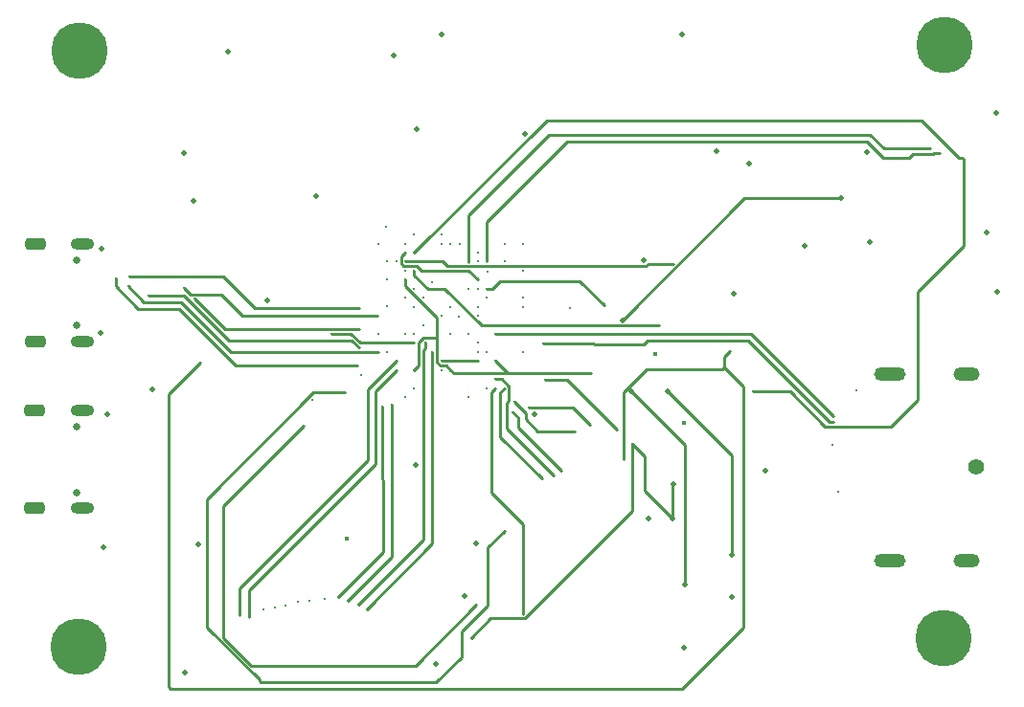
<source format=gbr>
%TF.GenerationSoftware,Altium Limited,Altium Designer,23.4.1 (23)*%
G04 Layer_Physical_Order=3*
G04 Layer_Color=16440176*
%FSLAX45Y45*%
%MOMM*%
%TF.SameCoordinates,C80D94D6-ACD9-4930-820E-424AA932BAC3*%
%TF.FilePolarity,Positive*%
%TF.FileFunction,Copper,L3,Inr,Signal*%
%TF.Part,Single*%
G01*
G75*
%TA.AperFunction,Conductor*%
%ADD46C,0.25400*%
%TA.AperFunction,ComponentPad*%
%ADD48C,0.65000*%
%ADD49O,2.10000X1.00000*%
G04:AMPARAMS|DCode=50|XSize=1.8mm|YSize=1mm|CornerRadius=0.25mm|HoleSize=0mm|Usage=FLASHONLY|Rotation=0.000|XOffset=0mm|YOffset=0mm|HoleType=Round|Shape=RoundedRectangle|*
%AMROUNDEDRECTD50*
21,1,1.80000,0.50000,0,0,0.0*
21,1,1.30000,1.00000,0,0,0.0*
1,1,0.50000,0.65000,-0.25000*
1,1,0.50000,-0.65000,-0.25000*
1,1,0.50000,-0.65000,0.25000*
1,1,0.50000,0.65000,0.25000*
%
%ADD50ROUNDEDRECTD50*%
G04:AMPARAMS|DCode=51|XSize=1.2mm|YSize=2.8mm|CornerRadius=0.6mm|HoleSize=0mm|Usage=FLASHONLY|Rotation=90.000|XOffset=0mm|YOffset=0mm|HoleType=Round|Shape=RoundedRectangle|*
%AMROUNDEDRECTD51*
21,1,1.20000,1.60000,0,0,90.0*
21,1,0.00000,2.80000,0,0,90.0*
1,1,1.20000,0.80000,0.00000*
1,1,1.20000,0.80000,0.00000*
1,1,1.20000,-0.80000,0.00000*
1,1,1.20000,-0.80000,0.00000*
%
%ADD51ROUNDEDRECTD51*%
G04:AMPARAMS|DCode=52|XSize=1.2mm|YSize=2.3mm|CornerRadius=0.6mm|HoleSize=0mm|Usage=FLASHONLY|Rotation=90.000|XOffset=0mm|YOffset=0mm|HoleType=Round|Shape=RoundedRectangle|*
%AMROUNDEDRECTD52*
21,1,1.20000,1.10000,0,0,90.0*
21,1,0.00000,2.30000,0,0,90.0*
1,1,1.20000,0.55000,0.00000*
1,1,1.20000,0.55000,0.00000*
1,1,1.20000,-0.55000,0.00000*
1,1,1.20000,-0.55000,0.00000*
%
%ADD52ROUNDEDRECTD52*%
%ADD53C,1.40000*%
%TA.AperFunction,ViaPad*%
%ADD54C,0.50000*%
%ADD55C,0.30000*%
%ADD56C,0.40000*%
%ADD57C,5.00000*%
D46*
X12669492Y7950000D02*
Y8120508D01*
Y7727192D02*
Y7950000D01*
X12470000Y7660000D02*
X12510324Y7700324D01*
Y7903640D02*
X12550649Y7943965D01*
X12565592D02*
X12571628Y7950000D01*
X12550649Y7943965D02*
X12565592D01*
X12571628Y7950000D02*
X12669492D01*
X12510324Y7700324D02*
Y7903640D01*
X12550000Y7840464D02*
X12565385Y7855849D01*
Y7905385D01*
X12566265Y7906265D01*
X12390000Y8400000D02*
X12669492Y8120508D01*
X12390000Y8400000D02*
Y8460000D01*
X12669492Y7727192D02*
X12698985Y7697700D01*
X12752300D01*
X12790000Y7660000D01*
X12047500Y5545000D02*
X12630000Y6127500D01*
Y7816321D01*
X12352300Y8662300D02*
X12390000Y8700000D01*
X12352300Y8604384D02*
Y8662300D01*
Y8604384D02*
X12374384Y8582300D01*
X12431042D01*
X12433342Y8584600D01*
X12490000D01*
X12720551Y8620000D02*
X12760551Y8580000D01*
X12390000Y8620000D02*
X12720551D01*
X12534600Y8540000D02*
X12790000D01*
X12490000Y8584600D02*
X12534600Y8540000D01*
X12790000D02*
X12950000D01*
X13030000Y8460000D01*
X10951658Y8138342D02*
X12148342D01*
X10762300Y8327700D02*
X10951658Y8138342D01*
X15460001Y7470000D02*
X15789999D01*
X16100000Y7160000D02*
X16680000D01*
X15789999Y7470000D02*
X16100000Y7160000D01*
X14531873Y7920000D02*
X15422501D01*
X16141620Y7200880D02*
X16176620D01*
X15422501Y7920000D02*
X16141620Y7200880D01*
X16176620D02*
X16177499Y7200000D01*
X16920000Y7400000D02*
Y8350000D01*
X16680000Y7160000D02*
X16920000Y7400000D01*
X17280000Y9540000D02*
X17315121D01*
X17330000Y9525121D01*
Y8760000D02*
Y9525121D01*
X16920000Y8350000D02*
X17330000Y8760000D01*
X16950000Y9870000D02*
X17280000Y9540000D01*
X12470000Y8700000D02*
X13639999Y9870000D01*
X16950000D01*
X12760551Y8580000D02*
X14517458D01*
X12950000Y8617700D02*
Y9030000D01*
X13110001Y8970000D02*
X13820000Y9680000D01*
X13110001Y8620000D02*
Y8970000D01*
X12950000Y9030000D02*
X13660001Y9740000D01*
X13820000Y7570000D02*
X14260001Y7130000D01*
X13630000Y7570000D02*
X13820000D01*
X12820000Y7630000D02*
X13300000D01*
X12790000Y7660000D02*
X12820000Y7630000D01*
X12710000Y7740000D02*
X13030000D01*
X13300000Y7630000D02*
X14030000D01*
X13189999Y7740000D02*
X13300000Y7630000D01*
X13160001Y8380000D02*
X13230000Y8450000D01*
X13110001Y8380000D02*
X13160001D01*
X13230000Y8450000D02*
X13930000D01*
X14150000Y8230000D01*
X14310001Y8100000D02*
X15389999Y9180000D01*
X16239999D01*
X14517458Y8580000D02*
X14539114Y8601658D01*
X14758342D01*
X13064384Y8052300D02*
X14505647D01*
X14513348Y8060000D01*
X12736684Y8380000D02*
X13064384Y8052300D01*
X14513348Y8060000D02*
X14630000D01*
X11990000Y7900000D02*
X12470000D01*
X10830000Y7920000D02*
X11919937D01*
X11979937Y7860000D02*
X11980000D01*
X11919937Y7920000D02*
X11979937Y7860000D01*
X11740000Y7980000D02*
X11910000D01*
X11990000Y7900000D01*
X10430000Y8320000D02*
X10830000Y7920000D01*
X12550000Y7029378D02*
Y7840464D01*
X10314879Y4840000D02*
X14839999D01*
X15380000Y5380000D02*
Y7515121D01*
X14839999Y4840000D02*
X15380000Y5380000D01*
X15365121Y7530000D02*
X15380000Y7515121D01*
X15364879Y7530000D02*
X15365121D01*
X15210001Y7684879D02*
X15364879Y7530000D01*
X10300000Y4854879D02*
Y7450000D01*
Y4854879D02*
X10314879Y4840000D01*
X10300000Y7450000D02*
X10580000Y7730000D01*
X13445616Y5462300D02*
X14400000Y6416684D01*
Y7010000D01*
X14510001Y6590000D02*
Y6900000D01*
X13142300Y5462300D02*
X13445616D01*
X13610001Y7892500D02*
X14055309D01*
X14057809Y7890000D01*
X14501872D01*
X14531873Y7920000D01*
X13120000Y6090000D02*
X13270000Y6240000D01*
X11030063Y5040000D02*
X12480000D01*
X13020000Y5580000D01*
X12889999Y5120000D02*
Y5346684D01*
X13120000Y5576684D01*
X12970000Y5290000D02*
X13142300Y5462300D01*
X13120000Y5576684D02*
Y6090000D01*
X13150000Y6572141D02*
X13430000Y6292141D01*
Y5500000D02*
Y6292141D01*
X12664187Y4894187D02*
X12889999Y5120000D01*
X11100000Y4904879D02*
Y4920000D01*
Y4904879D02*
X11110692Y4894187D01*
X12664187D01*
X10780000Y5290063D02*
Y6460000D01*
Y5290063D02*
X11030063Y5040000D01*
X10640000Y5380000D02*
X11100000Y4920000D01*
X10633863Y6517179D02*
X11576684Y7460000D01*
X10633863Y6496137D02*
Y6517179D01*
Y6496137D02*
X10640000Y6490000D01*
Y5380000D02*
Y6490000D01*
X11576684Y7460000D02*
X11860000D01*
X11007500Y5475000D02*
Y5710000D01*
X10927500Y5487500D02*
Y5725000D01*
X10780000Y6460000D02*
X11490000Y7170000D01*
X14750000Y6350000D02*
Y6633343D01*
X14760001Y6643343D01*
Y6650000D01*
X14400000Y7010000D02*
X14510001Y6900000D01*
Y6590000D02*
X14750000Y6350000D01*
X12470000Y8500000D02*
X12590000Y8380000D01*
X12470000Y8500000D02*
Y8540000D01*
X12590000Y8380000D02*
X12736684D01*
X14320000Y6870000D02*
Y7467458D01*
X14522542Y7670000D02*
X15195120D01*
X15210001Y7684879D01*
Y7780000D01*
X15260001Y7830000D01*
X14320000Y7467458D02*
X14522542Y7670000D01*
X13189999Y7980000D02*
X15445000D01*
X16175000Y7250000D01*
X13870000Y7330000D02*
X14020000Y7180000D01*
X13480000Y7330000D02*
X13870000D01*
X13289999Y7140000D02*
X13699915Y6730085D01*
X13289999Y7370000D02*
X13307700Y7387700D01*
X13289999Y7140000D02*
Y7370000D01*
X13339999Y7290000D02*
X13339999D01*
X13352982Y7382981D02*
X13455440Y7280522D01*
X13339999Y7290000D02*
X13389999Y7240000D01*
X13455440Y7224560D02*
Y7280522D01*
X13389999Y7150000D02*
Y7240000D01*
Y7150000D02*
X13770000Y6770000D01*
X13230000Y7070000D02*
X13600000Y6700000D01*
X13230000Y7070000D02*
Y7460000D01*
X13189999Y7580000D02*
X13243315D01*
X13307700Y7515616D01*
Y7387700D02*
Y7515616D01*
X13230000Y7460000D02*
X13270000Y7500000D01*
X13150000Y7460000D02*
X13189999Y7500000D01*
X13150000Y6572141D02*
Y7460000D01*
X13455440Y7224560D02*
X13560001Y7120000D01*
X13889999D01*
X12550000Y7029378D02*
X12555000Y7024378D01*
Y6157500D02*
Y7024378D01*
X11977500Y5580000D02*
X12555000Y6157500D01*
X17052180Y9570000D02*
X17060161Y9577981D01*
X16876398Y9570000D02*
X17052180D01*
X17060161Y9577981D02*
X17117981D01*
X16844379Y9537981D02*
X16876398Y9570000D01*
X16612019Y9537981D02*
X16844379D01*
X16620000Y9620000D02*
X17030000D01*
X16470000Y9680000D02*
X16612019Y9537981D01*
X13820000Y9680000D02*
X16470000D01*
X16500000Y9740000D02*
X16620000Y9620000D01*
X13660001Y9740000D02*
X16500000D01*
X15275000Y6025000D02*
Y6905000D01*
X14710001Y7470000D02*
X15275000Y6905000D01*
X14860001Y5760000D02*
Y7000000D01*
X14389999Y7470000D02*
X14860001Y7000000D01*
X10890000Y7700000D02*
X11970000D01*
X10390000Y8200000D02*
X10890000Y7700000D01*
X11060000Y8210000D02*
X11980000D01*
X9950000Y8490000D02*
X10780000D01*
X11060000Y8210000D01*
X10492300Y8327700D02*
X10762300D01*
X10430000Y8390000D02*
X10492300Y8327700D01*
X10120000Y8320000D02*
X10430000D01*
X10410000Y8260000D02*
X10850000Y7820000D01*
X10080000Y8260000D02*
X10410000D01*
X10850000Y7820000D02*
X12150000D01*
X9940000Y8400000D02*
X10080000Y8260000D01*
X10030000Y8200000D02*
X10390000D01*
X9830000Y8400000D02*
Y8470000D01*
Y8400000D02*
X10030000Y8200000D01*
X10530000Y8290000D02*
X10800000Y8020000D01*
X11980000D01*
X12190000Y6695627D02*
X12197500Y6688127D01*
X12190000Y6695627D02*
Y7337500D01*
X11880000Y5615000D02*
X12275000Y6010000D01*
Y7350000D01*
X12197500Y6047500D02*
Y6688127D01*
X12062500Y6860000D02*
Y7490000D01*
X12312500Y7740000D01*
X12127500Y6830000D02*
Y7472500D01*
X11007500Y5710000D02*
X12127500Y6830000D01*
Y7472500D02*
X12315000Y7660000D01*
X10927500Y5725000D02*
X12062500Y6860000D01*
X11800000Y5650000D02*
X12197500Y6047500D01*
D48*
X9485500Y7156500D02*
D03*
Y6578500D02*
D03*
X9488000Y8634000D02*
D03*
Y8056000D02*
D03*
D49*
X9535500Y6435500D02*
D03*
Y7299500D02*
D03*
X9538000Y7913000D02*
D03*
Y8777000D02*
D03*
D50*
X9117500Y6435500D02*
D03*
Y7299500D02*
D03*
X9120000Y7913000D02*
D03*
Y8777000D02*
D03*
D51*
X16671500Y5975000D02*
D03*
Y7625000D02*
D03*
D52*
X17349500Y5975000D02*
D03*
Y7625000D02*
D03*
D53*
X17439500Y6800000D02*
D03*
D54*
X14310001Y8100000D02*
D03*
X14500000Y8630000D02*
D03*
X14760001Y6650000D02*
D03*
X14750000Y6350000D02*
D03*
X15920000Y8760000D02*
D03*
X12919000Y5661000D02*
D03*
X13530000Y7270000D02*
D03*
X12480000Y6820000D02*
D03*
X16239999Y9180000D02*
D03*
X10560000Y6120000D02*
D03*
X15289999Y8340000D02*
D03*
X11170000Y8280000D02*
D03*
X15430000Y9490000D02*
D03*
X15139999Y9600000D02*
D03*
X16470000Y9590000D02*
D03*
X13020000Y6130000D02*
D03*
X14389999Y7470000D02*
D03*
X14710001D02*
D03*
X15275000Y6025000D02*
D03*
X14860001Y5760000D02*
D03*
X9710000Y8730000D02*
D03*
X9700000Y7990000D02*
D03*
X15570000Y6770000D02*
D03*
X14839999Y10630000D02*
D03*
X12490000Y9790000D02*
D03*
X13450000Y9750000D02*
D03*
X14539999Y6350000D02*
D03*
X15280000Y5650000D02*
D03*
X14850000Y5200000D02*
D03*
X12661250Y5055000D02*
D03*
X10440000Y4980000D02*
D03*
X9720000Y6090000D02*
D03*
X9760000Y7270000D02*
D03*
X10152500Y7492500D02*
D03*
X10430000Y9580000D02*
D03*
X10520000Y9160000D02*
D03*
X11600000Y9200000D02*
D03*
X17530000Y8880000D02*
D03*
X16500000Y8790000D02*
D03*
X17620000Y8350000D02*
D03*
X17610001Y9940000D02*
D03*
X12286569Y10440000D02*
D03*
X10827300Y10477100D02*
D03*
X12708400Y10627100D02*
D03*
D55*
X12470000Y7980000D02*
D03*
X12550000Y8060000D02*
D03*
X12470000Y7660000D02*
D03*
X12566265Y7906265D02*
D03*
X12390000Y8460000D02*
D03*
Y8540000D02*
D03*
X12470000Y8380000D02*
D03*
X12710000Y8140000D02*
D03*
X12630000Y7816321D02*
D03*
X12710000Y7660000D02*
D03*
X12390000Y8780000D02*
D03*
Y8700000D02*
D03*
Y8620000D02*
D03*
X12628759Y8438711D02*
D03*
X13121265Y8528735D02*
D03*
X13030000Y8460000D02*
D03*
Y8620000D02*
D03*
X12950000Y8380000D02*
D03*
X12231658Y8221658D02*
D03*
X12148342Y8138342D02*
D03*
X15460001Y7470000D02*
D03*
X16380000Y7480000D02*
D03*
X12470000Y8700000D02*
D03*
X12710000Y8860000D02*
D03*
Y8780000D02*
D03*
X12790000D02*
D03*
X13030000Y8700000D02*
D03*
X12000000Y7620000D02*
D03*
X12470000Y7500000D02*
D03*
X13630000Y7570000D02*
D03*
X14260001Y7130000D02*
D03*
X12790000Y7660000D02*
D03*
X12710000Y7740000D02*
D03*
X13189999D02*
D03*
X14030000Y7630000D02*
D03*
X13110001Y8380000D02*
D03*
X14150000Y8230000D02*
D03*
X13110001Y8300000D02*
D03*
X13030000Y8380000D02*
D03*
X14758342Y8601658D02*
D03*
X11740000Y7980000D02*
D03*
X12470000Y7900000D02*
D03*
X10580000Y7730000D02*
D03*
X12550000Y8300000D02*
D03*
X13610001Y7892500D02*
D03*
X13270000Y6240000D02*
D03*
X13020000Y5580000D02*
D03*
X12970000Y5290000D02*
D03*
X11570000Y7400000D02*
D03*
X11860000Y7460000D02*
D03*
X11007500Y5475000D02*
D03*
X10927500Y5487500D02*
D03*
X11490000Y7170000D02*
D03*
X12950000Y8617700D02*
D03*
X13270000Y8620000D02*
D03*
X13110001D02*
D03*
X12790000Y8540000D02*
D03*
X13430000D02*
D03*
X12470000D02*
D03*
X12863342Y8133342D02*
D03*
X12790000Y8220000D02*
D03*
X13030000Y8140000D02*
D03*
X14630000Y8060000D02*
D03*
X14400000Y7010000D02*
D03*
X14320000Y6870000D02*
D03*
X15260001Y7830000D02*
D03*
X12390000Y7980000D02*
D03*
X14020000Y7180000D02*
D03*
X13430000Y5500000D02*
D03*
X13699915Y6730085D02*
D03*
X13339999Y7290000D02*
D03*
X13352982Y7382981D02*
D03*
X13600000Y6700000D02*
D03*
X13270000Y7500000D02*
D03*
X13889999Y7120000D02*
D03*
X13770000Y6770000D02*
D03*
X13110001Y7500000D02*
D03*
X13189999D02*
D03*
X13480000Y7330000D02*
D03*
X13189999Y7580000D02*
D03*
X13110001Y7820000D02*
D03*
X13030000Y7740000D02*
D03*
X13430000Y7820000D02*
D03*
X13850000Y8210000D02*
D03*
X12150000Y7980000D02*
D03*
X12230000Y7820000D02*
D03*
X12950000Y7420000D02*
D03*
X12220000Y8930000D02*
D03*
X12470000Y8860000D02*
D03*
X17117981Y9577981D02*
D03*
X17030000Y9620000D02*
D03*
X16170000Y7000000D02*
D03*
X16220000Y6580000D02*
D03*
X13270000Y8780000D02*
D03*
X13430000D02*
D03*
X12390000Y7420000D02*
D03*
X12790000Y7980000D02*
D03*
X12950000D02*
D03*
X13030000Y8220000D02*
D03*
X12310000Y8620000D02*
D03*
X13030000Y7900000D02*
D03*
Y7820000D02*
D03*
X13430000Y8300000D02*
D03*
Y8220000D02*
D03*
X12870000Y8780000D02*
D03*
X12150000D02*
D03*
X12470000Y8220000D02*
D03*
X12390000Y8300000D02*
D03*
X12230000Y8460000D02*
D03*
Y8620000D02*
D03*
X11970000Y7700000D02*
D03*
X12150000Y7820000D02*
D03*
X11980000Y7860000D02*
D03*
Y8020000D02*
D03*
Y8210000D02*
D03*
X10530000Y8290000D02*
D03*
X10430000Y8390000D02*
D03*
X10120000Y8320000D02*
D03*
X9940000Y8400000D02*
D03*
X9950000Y8490000D02*
D03*
X9830000Y8470000D02*
D03*
X12190000Y7337500D02*
D03*
X12275000Y7350000D02*
D03*
X12312500Y7740000D02*
D03*
X12315000Y7660000D02*
D03*
X11135000Y5545000D02*
D03*
X11235000Y5555000D02*
D03*
X11335000Y5575000D02*
D03*
X11445000Y5607500D02*
D03*
X11545000Y5615000D02*
D03*
X11675000Y5635000D02*
D03*
X11800000Y5650000D02*
D03*
X11880000Y5615000D02*
D03*
X11977500Y5580000D02*
D03*
X12047500Y5545000D02*
D03*
X13189999Y7980000D02*
D03*
X16177499Y7200000D02*
D03*
X16175000Y7250000D02*
D03*
D56*
X14600000Y7800000D02*
D03*
X11870000Y6170000D02*
D03*
X14850000Y7190000D02*
D03*
D57*
X17150000Y5290000D02*
D03*
X9500000Y5210000D02*
D03*
X9510000Y10490000D02*
D03*
X17160001Y10540000D02*
D03*
%TF.MD5,87efcc077d060534590ad79b3a8a2641*%
M02*

</source>
